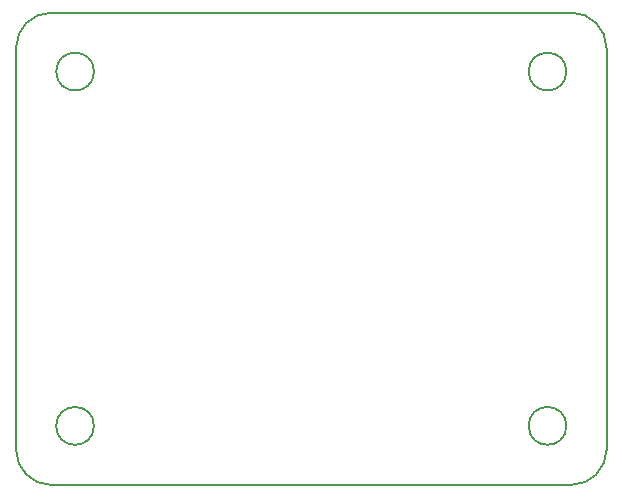
<source format=gbr>
%TF.GenerationSoftware,KiCad,Pcbnew,(6.0.11)*%
%TF.CreationDate,2024-03-01T02:38:12+09:00*%
%TF.ProjectId,Encoder,456e636f-6465-4722-9e6b-696361645f70,rev?*%
%TF.SameCoordinates,Original*%
%TF.FileFunction,Profile,NP*%
%FSLAX46Y46*%
G04 Gerber Fmt 4.6, Leading zero omitted, Abs format (unit mm)*
G04 Created by KiCad (PCBNEW (6.0.11)) date 2024-03-01 02:38:12*
%MOMM*%
%LPD*%
G01*
G04 APERTURE LIST*
%TA.AperFunction,Profile*%
%ADD10C,0.200000*%
%TD*%
G04 APERTURE END LIST*
D10*
X160600000Y-113000000D02*
G75*
G03*
X160600000Y-113000000I-1600000J0D01*
G01*
X164000000Y-81000000D02*
G75*
G03*
X161000000Y-78000000I-3000000J0D01*
G01*
X120600000Y-113000000D02*
G75*
G03*
X120600000Y-113000000I-1600000J0D01*
G01*
X161000000Y-78000000D02*
X117000000Y-78000000D01*
X120600000Y-83000000D02*
G75*
G03*
X120600000Y-83000000I-1600000J0D01*
G01*
X114000000Y-81000000D02*
X114000000Y-115000000D01*
X164000000Y-115000000D02*
X164000000Y-81000000D01*
X160600000Y-83000000D02*
G75*
G03*
X160600000Y-83000000I-1600000J0D01*
G01*
X117000000Y-78000000D02*
G75*
G03*
X114000000Y-81000000I0J-3000000D01*
G01*
X161000000Y-118000000D02*
G75*
G03*
X164000000Y-115000000I0J3000000D01*
G01*
X117000000Y-118000000D02*
X161000000Y-118000000D01*
X114000000Y-115000000D02*
G75*
G03*
X117000000Y-118000000I3000000J0D01*
G01*
M02*

</source>
